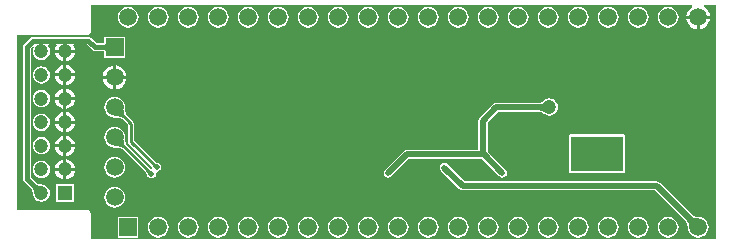
<source format=gbl>
G04*
G04 #@! TF.GenerationSoftware,Altium Limited,Altium Designer,19.1.8 (144)*
G04*
G04 Layer_Physical_Order=2*
G04 Layer_Color=16711680*
%FSLAX25Y25*%
%MOIN*%
G70*
G01*
G75*
%ADD10C,0.01000*%
%ADD16C,0.02000*%
%ADD41C,0.01500*%
%ADD43R,0.05906X0.05906*%
%ADD44C,0.05906*%
%ADD45R,0.04724X0.04724*%
%ADD46C,0.04724*%
%ADD47R,0.05906X0.05906*%
%ADD48C,0.01968*%
%ADD49R,0.17600X0.11800*%
G36*
X226000Y-3980D02*
X17520D01*
Y4800D01*
X17442Y5190D01*
X17221Y5521D01*
X16890Y5742D01*
X16500Y5820D01*
X-6880D01*
Y64180D01*
X16500D01*
X16890Y64258D01*
X17221Y64479D01*
X17442Y64810D01*
X17520Y65200D01*
Y73980D01*
X217974D01*
X218073Y73480D01*
X218007Y73453D01*
X217181Y72819D01*
X216547Y71993D01*
X216149Y71032D01*
X216079Y70500D01*
X220000D01*
X223921D01*
X223851Y71032D01*
X223453Y71993D01*
X222819Y72819D01*
X221993Y73453D01*
X221927Y73480D01*
X222026Y73980D01*
X226000D01*
Y-3980D01*
D02*
G37*
%LPC*%
G36*
X210000Y73483D02*
X209099Y73364D01*
X208259Y73016D01*
X207538Y72462D01*
X206984Y71741D01*
X206636Y70901D01*
X206518Y70000D01*
X206636Y69099D01*
X206984Y68259D01*
X207538Y67537D01*
X208259Y66984D01*
X209099Y66636D01*
X210000Y66518D01*
X210901Y66636D01*
X211741Y66984D01*
X212462Y67537D01*
X213016Y68259D01*
X213364Y69099D01*
X213482Y70000D01*
X213364Y70901D01*
X213016Y71741D01*
X212462Y72462D01*
X211741Y73016D01*
X210901Y73364D01*
X210000Y73483D01*
D02*
G37*
G36*
X200000D02*
X199099Y73364D01*
X198259Y73016D01*
X197538Y72462D01*
X196984Y71741D01*
X196636Y70901D01*
X196518Y70000D01*
X196636Y69099D01*
X196984Y68259D01*
X197538Y67537D01*
X198259Y66984D01*
X199099Y66636D01*
X200000Y66518D01*
X200901Y66636D01*
X201741Y66984D01*
X202463Y67537D01*
X203016Y68259D01*
X203364Y69099D01*
X203483Y70000D01*
X203364Y70901D01*
X203016Y71741D01*
X202463Y72462D01*
X201741Y73016D01*
X200901Y73364D01*
X200000Y73483D01*
D02*
G37*
G36*
X190000D02*
X189099Y73364D01*
X188259Y73016D01*
X187538Y72462D01*
X186984Y71741D01*
X186636Y70901D01*
X186518Y70000D01*
X186636Y69099D01*
X186984Y68259D01*
X187538Y67537D01*
X188259Y66984D01*
X189099Y66636D01*
X190000Y66518D01*
X190901Y66636D01*
X191741Y66984D01*
X192463Y67537D01*
X193016Y68259D01*
X193364Y69099D01*
X193482Y70000D01*
X193364Y70901D01*
X193016Y71741D01*
X192463Y72462D01*
X191741Y73016D01*
X190901Y73364D01*
X190000Y73483D01*
D02*
G37*
G36*
X180000D02*
X179099Y73364D01*
X178259Y73016D01*
X177538Y72462D01*
X176984Y71741D01*
X176636Y70901D01*
X176517Y70000D01*
X176636Y69099D01*
X176984Y68259D01*
X177538Y67537D01*
X178259Y66984D01*
X179099Y66636D01*
X180000Y66518D01*
X180901Y66636D01*
X181741Y66984D01*
X182463Y67537D01*
X183016Y68259D01*
X183364Y69099D01*
X183483Y70000D01*
X183364Y70901D01*
X183016Y71741D01*
X182463Y72462D01*
X181741Y73016D01*
X180901Y73364D01*
X180000Y73483D01*
D02*
G37*
G36*
X170000D02*
X169099Y73364D01*
X168259Y73016D01*
X167537Y72462D01*
X166984Y71741D01*
X166636Y70901D01*
X166517Y70000D01*
X166636Y69099D01*
X166984Y68259D01*
X167537Y67537D01*
X168259Y66984D01*
X169099Y66636D01*
X170000Y66518D01*
X170901Y66636D01*
X171741Y66984D01*
X172462Y67537D01*
X173016Y68259D01*
X173364Y69099D01*
X173483Y70000D01*
X173364Y70901D01*
X173016Y71741D01*
X172462Y72462D01*
X171741Y73016D01*
X170901Y73364D01*
X170000Y73483D01*
D02*
G37*
G36*
X160000D02*
X159099Y73364D01*
X158259Y73016D01*
X157537Y72462D01*
X156984Y71741D01*
X156636Y70901D01*
X156518Y70000D01*
X156636Y69099D01*
X156984Y68259D01*
X157537Y67537D01*
X158259Y66984D01*
X159099Y66636D01*
X160000Y66518D01*
X160901Y66636D01*
X161741Y66984D01*
X162462Y67537D01*
X163016Y68259D01*
X163364Y69099D01*
X163482Y70000D01*
X163364Y70901D01*
X163016Y71741D01*
X162462Y72462D01*
X161741Y73016D01*
X160901Y73364D01*
X160000Y73483D01*
D02*
G37*
G36*
X150000D02*
X149099Y73364D01*
X148259Y73016D01*
X147538Y72462D01*
X146984Y71741D01*
X146636Y70901D01*
X146518Y70000D01*
X146636Y69099D01*
X146984Y68259D01*
X147538Y67537D01*
X148259Y66984D01*
X149099Y66636D01*
X150000Y66518D01*
X150901Y66636D01*
X151741Y66984D01*
X152462Y67537D01*
X153016Y68259D01*
X153364Y69099D01*
X153482Y70000D01*
X153364Y70901D01*
X153016Y71741D01*
X152462Y72462D01*
X151741Y73016D01*
X150901Y73364D01*
X150000Y73483D01*
D02*
G37*
G36*
X140000D02*
X139099Y73364D01*
X138259Y73016D01*
X137538Y72462D01*
X136984Y71741D01*
X136636Y70901D01*
X136518Y70000D01*
X136636Y69099D01*
X136984Y68259D01*
X137538Y67537D01*
X138259Y66984D01*
X139099Y66636D01*
X140000Y66518D01*
X140901Y66636D01*
X141741Y66984D01*
X142463Y67537D01*
X143016Y68259D01*
X143364Y69099D01*
X143482Y70000D01*
X143364Y70901D01*
X143016Y71741D01*
X142463Y72462D01*
X141741Y73016D01*
X140901Y73364D01*
X140000Y73483D01*
D02*
G37*
G36*
X130000D02*
X129099Y73364D01*
X128259Y73016D01*
X127538Y72462D01*
X126984Y71741D01*
X126636Y70901D01*
X126517Y70000D01*
X126636Y69099D01*
X126984Y68259D01*
X127538Y67537D01*
X128259Y66984D01*
X129099Y66636D01*
X130000Y66518D01*
X130901Y66636D01*
X131741Y66984D01*
X132463Y67537D01*
X133016Y68259D01*
X133364Y69099D01*
X133483Y70000D01*
X133364Y70901D01*
X133016Y71741D01*
X132463Y72462D01*
X131741Y73016D01*
X130901Y73364D01*
X130000Y73483D01*
D02*
G37*
G36*
X120000D02*
X119099Y73364D01*
X118259Y73016D01*
X117537Y72462D01*
X116984Y71741D01*
X116636Y70901D01*
X116517Y70000D01*
X116636Y69099D01*
X116984Y68259D01*
X117537Y67537D01*
X118259Y66984D01*
X119099Y66636D01*
X120000Y66518D01*
X120901Y66636D01*
X121741Y66984D01*
X122462Y67537D01*
X123016Y68259D01*
X123364Y69099D01*
X123483Y70000D01*
X123364Y70901D01*
X123016Y71741D01*
X122462Y72462D01*
X121741Y73016D01*
X120901Y73364D01*
X120000Y73483D01*
D02*
G37*
G36*
X110000D02*
X109099Y73364D01*
X108259Y73016D01*
X107537Y72462D01*
X106984Y71741D01*
X106636Y70901D01*
X106518Y70000D01*
X106636Y69099D01*
X106984Y68259D01*
X107537Y67537D01*
X108259Y66984D01*
X109099Y66636D01*
X110000Y66518D01*
X110901Y66636D01*
X111741Y66984D01*
X112462Y67537D01*
X113016Y68259D01*
X113364Y69099D01*
X113482Y70000D01*
X113364Y70901D01*
X113016Y71741D01*
X112462Y72462D01*
X111741Y73016D01*
X110901Y73364D01*
X110000Y73483D01*
D02*
G37*
G36*
X100000D02*
X99099Y73364D01*
X98259Y73016D01*
X97537Y72462D01*
X96984Y71741D01*
X96636Y70901D01*
X96517Y70000D01*
X96636Y69099D01*
X96984Y68259D01*
X97537Y67537D01*
X98259Y66984D01*
X99099Y66636D01*
X100000Y66518D01*
X100901Y66636D01*
X101741Y66984D01*
X102462Y67537D01*
X103016Y68259D01*
X103364Y69099D01*
X103482Y70000D01*
X103364Y70901D01*
X103016Y71741D01*
X102462Y72462D01*
X101741Y73016D01*
X100901Y73364D01*
X100000Y73483D01*
D02*
G37*
G36*
X90000D02*
X89099Y73364D01*
X88259Y73016D01*
X87537Y72462D01*
X86984Y71741D01*
X86636Y70901D01*
X86518Y70000D01*
X86636Y69099D01*
X86984Y68259D01*
X87537Y67537D01*
X88259Y66984D01*
X89099Y66636D01*
X90000Y66518D01*
X90901Y66636D01*
X91741Y66984D01*
X92462Y67537D01*
X93016Y68259D01*
X93364Y69099D01*
X93483Y70000D01*
X93364Y70901D01*
X93016Y71741D01*
X92462Y72462D01*
X91741Y73016D01*
X90901Y73364D01*
X90000Y73483D01*
D02*
G37*
G36*
X80000D02*
X79099Y73364D01*
X78259Y73016D01*
X77538Y72462D01*
X76984Y71741D01*
X76636Y70901D01*
X76517Y70000D01*
X76636Y69099D01*
X76984Y68259D01*
X77538Y67537D01*
X78259Y66984D01*
X79099Y66636D01*
X80000Y66518D01*
X80901Y66636D01*
X81741Y66984D01*
X82463Y67537D01*
X83016Y68259D01*
X83364Y69099D01*
X83482Y70000D01*
X83364Y70901D01*
X83016Y71741D01*
X82463Y72462D01*
X81741Y73016D01*
X80901Y73364D01*
X80000Y73483D01*
D02*
G37*
G36*
X70000D02*
X69099Y73364D01*
X68259Y73016D01*
X67537Y72462D01*
X66984Y71741D01*
X66636Y70901D01*
X66518Y70000D01*
X66636Y69099D01*
X66984Y68259D01*
X67537Y67537D01*
X68259Y66984D01*
X69099Y66636D01*
X70000Y66518D01*
X70901Y66636D01*
X71741Y66984D01*
X72462Y67537D01*
X73016Y68259D01*
X73364Y69099D01*
X73483Y70000D01*
X73364Y70901D01*
X73016Y71741D01*
X72462Y72462D01*
X71741Y73016D01*
X70901Y73364D01*
X70000Y73483D01*
D02*
G37*
G36*
X60000D02*
X59099Y73364D01*
X58259Y73016D01*
X57538Y72462D01*
X56984Y71741D01*
X56636Y70901D01*
X56517Y70000D01*
X56636Y69099D01*
X56984Y68259D01*
X57538Y67537D01*
X58259Y66984D01*
X59099Y66636D01*
X60000Y66518D01*
X60901Y66636D01*
X61741Y66984D01*
X62463Y67537D01*
X63016Y68259D01*
X63364Y69099D01*
X63482Y70000D01*
X63364Y70901D01*
X63016Y71741D01*
X62463Y72462D01*
X61741Y73016D01*
X60901Y73364D01*
X60000Y73483D01*
D02*
G37*
G36*
X50000D02*
X49099Y73364D01*
X48259Y73016D01*
X47537Y72462D01*
X46984Y71741D01*
X46636Y70901D01*
X46518Y70000D01*
X46636Y69099D01*
X46984Y68259D01*
X47537Y67537D01*
X48259Y66984D01*
X49099Y66636D01*
X50000Y66518D01*
X50901Y66636D01*
X51741Y66984D01*
X52463Y67537D01*
X53016Y68259D01*
X53364Y69099D01*
X53483Y70000D01*
X53364Y70901D01*
X53016Y71741D01*
X52463Y72462D01*
X51741Y73016D01*
X50901Y73364D01*
X50000Y73483D01*
D02*
G37*
G36*
X40000D02*
X39099Y73364D01*
X38259Y73016D01*
X37538Y72462D01*
X36984Y71741D01*
X36636Y70901D01*
X36518Y70000D01*
X36636Y69099D01*
X36984Y68259D01*
X37538Y67537D01*
X38259Y66984D01*
X39099Y66636D01*
X40000Y66518D01*
X40901Y66636D01*
X41741Y66984D01*
X42463Y67537D01*
X43016Y68259D01*
X43364Y69099D01*
X43483Y70000D01*
X43364Y70901D01*
X43016Y71741D01*
X42463Y72462D01*
X41741Y73016D01*
X40901Y73364D01*
X40000Y73483D01*
D02*
G37*
G36*
X30000D02*
X29099Y73364D01*
X28259Y73016D01*
X27538Y72462D01*
X26984Y71741D01*
X26636Y70901D01*
X26518Y70000D01*
X26636Y69099D01*
X26984Y68259D01*
X27538Y67537D01*
X28259Y66984D01*
X29099Y66636D01*
X30000Y66518D01*
X30901Y66636D01*
X31741Y66984D01*
X32462Y67537D01*
X33016Y68259D01*
X33364Y69099D01*
X33483Y70000D01*
X33364Y70901D01*
X33016Y71741D01*
X32462Y72462D01*
X31741Y73016D01*
X30901Y73364D01*
X30000Y73483D01*
D02*
G37*
G36*
X223921Y69500D02*
X220500D01*
Y66079D01*
X221032Y66149D01*
X221993Y66547D01*
X222819Y67181D01*
X223453Y68007D01*
X223851Y68968D01*
X223921Y69500D01*
D02*
G37*
G36*
X219500D02*
X216079D01*
X216149Y68968D01*
X216547Y68007D01*
X217181Y67181D01*
X218007Y66547D01*
X218968Y66149D01*
X219500Y66079D01*
Y69500D01*
D02*
G37*
G36*
X16766Y63509D02*
X-1737D01*
X-2225Y63412D01*
X-2638Y63135D01*
X-4651Y61123D01*
X-4927Y60709D01*
X-5024Y60221D01*
Y16154D01*
X-4927Y15666D01*
X-4651Y15253D01*
X-2477Y13079D01*
X-2464Y13043D01*
X-2334Y12901D01*
X-2232Y12770D01*
X-2143Y12631D01*
X-2065Y12484D01*
X-1998Y12327D01*
X-1943Y12160D01*
X-1899Y11981D01*
X-1867Y11791D01*
X-1847Y11589D01*
X-1840Y11358D01*
X-1814Y11299D01*
X-1726Y10631D01*
X-1437Y9934D01*
X-978Y9337D01*
X-381Y8878D01*
X316Y8589D01*
X1063Y8491D01*
X1810Y8589D01*
X2506Y8878D01*
X3104Y9337D01*
X3563Y9934D01*
X3852Y10631D01*
X3950Y11378D01*
X3852Y12125D01*
X3563Y12821D01*
X3104Y13419D01*
X2506Y13878D01*
X1810Y14166D01*
X1063Y14265D01*
X1058Y14264D01*
X1019Y14281D01*
X790Y14283D01*
X590Y14299D01*
X402Y14327D01*
X226Y14368D01*
X61Y14421D01*
X-94Y14485D01*
X-240Y14561D01*
X-378Y14649D01*
X-510Y14751D01*
X-651Y14881D01*
X-687Y14894D01*
X-2475Y16682D01*
Y59693D01*
X-1846Y60322D01*
X-1437Y60066D01*
X-1726Y59369D01*
X-1824Y58622D01*
X-1726Y57875D01*
X-1437Y57179D01*
X-978Y56581D01*
X-381Y56122D01*
X316Y55834D01*
X1063Y55735D01*
X1810Y55834D01*
X2506Y56122D01*
X3104Y56581D01*
X3563Y57179D01*
X3852Y57875D01*
X3950Y58622D01*
X3852Y59369D01*
X3563Y60066D01*
X3261Y60460D01*
X3507Y60960D01*
X5928D01*
X6149Y60511D01*
X6000Y60318D01*
X5661Y59500D01*
X5612Y59122D01*
X12262D01*
X12213Y59500D01*
X11874Y60318D01*
X11725Y60511D01*
X11946Y60960D01*
X16238D01*
X18099Y59099D01*
X18512Y58823D01*
X19000Y58726D01*
X21008D01*
X21045Y58709D01*
X21316Y58702D01*
X21536Y58683D01*
X21716Y58653D01*
X21855Y58616D01*
X21950Y58577D01*
X22003Y58545D01*
X22021Y58528D01*
X22024Y58525D01*
X22025Y58522D01*
X22033Y58443D01*
X22047Y58417D01*
Y56547D01*
X28953D01*
Y63453D01*
X22047D01*
Y61583D01*
X22033Y61557D01*
X22025Y61478D01*
X22024Y61475D01*
X22021Y61472D01*
X22003Y61455D01*
X21950Y61423D01*
X21855Y61384D01*
X21716Y61347D01*
X21536Y61317D01*
X21316Y61298D01*
X21045Y61291D01*
X21008Y61274D01*
X19528D01*
X17667Y63135D01*
X17254Y63412D01*
X16766Y63509D01*
D02*
G37*
G36*
X12262Y58122D02*
X9437D01*
Y55297D01*
X9815Y55346D01*
X10633Y55685D01*
X11335Y56224D01*
X11874Y56926D01*
X12213Y57744D01*
X12262Y58122D01*
D02*
G37*
G36*
X8437D02*
X5612D01*
X5661Y57744D01*
X6000Y56926D01*
X6539Y56224D01*
X7241Y55685D01*
X8059Y55346D01*
X8437Y55297D01*
Y58122D01*
D02*
G37*
G36*
X9437Y54073D02*
Y51248D01*
X12262D01*
X12213Y51626D01*
X11874Y52444D01*
X11335Y53146D01*
X10633Y53685D01*
X9815Y54024D01*
X9437Y54073D01*
D02*
G37*
G36*
X8437D02*
X8059Y54024D01*
X7241Y53685D01*
X6539Y53146D01*
X6000Y52444D01*
X5661Y51626D01*
X5612Y51248D01*
X8437D01*
Y54073D01*
D02*
G37*
G36*
X26000Y53921D02*
Y50500D01*
X29421D01*
X29351Y51032D01*
X28953Y51993D01*
X28319Y52819D01*
X27493Y53453D01*
X26532Y53851D01*
X26000Y53921D01*
D02*
G37*
G36*
X25000D02*
X24468Y53851D01*
X23507Y53453D01*
X22681Y52819D01*
X22047Y51993D01*
X21649Y51032D01*
X21579Y50500D01*
X25000D01*
Y53921D01*
D02*
G37*
G36*
X1063Y53635D02*
X316Y53537D01*
X-381Y53248D01*
X-978Y52789D01*
X-1437Y52192D01*
X-1726Y51495D01*
X-1824Y50748D01*
X-1726Y50001D01*
X-1437Y49305D01*
X-978Y48707D01*
X-381Y48248D01*
X316Y47960D01*
X1063Y47861D01*
X1810Y47960D01*
X2506Y48248D01*
X3104Y48707D01*
X3563Y49305D01*
X3852Y50001D01*
X3950Y50748D01*
X3852Y51495D01*
X3563Y52192D01*
X3104Y52789D01*
X2506Y53248D01*
X1810Y53537D01*
X1063Y53635D01*
D02*
G37*
G36*
X12262Y50248D02*
X9437D01*
Y47423D01*
X9815Y47472D01*
X10633Y47811D01*
X11335Y48350D01*
X11874Y49052D01*
X12213Y49870D01*
X12262Y50248D01*
D02*
G37*
G36*
X8437D02*
X5612D01*
X5661Y49870D01*
X6000Y49052D01*
X6539Y48350D01*
X7241Y47811D01*
X8059Y47472D01*
X8437Y47423D01*
Y50248D01*
D02*
G37*
G36*
X29421Y49500D02*
X26000D01*
Y46079D01*
X26532Y46149D01*
X27493Y46547D01*
X28319Y47181D01*
X28953Y48007D01*
X29351Y48968D01*
X29421Y49500D01*
D02*
G37*
G36*
X25000D02*
X21579D01*
X21649Y48968D01*
X22047Y48007D01*
X22681Y47181D01*
X23507Y46547D01*
X24468Y46149D01*
X25000Y46079D01*
Y49500D01*
D02*
G37*
G36*
X9437Y46199D02*
Y43374D01*
X12262D01*
X12213Y43752D01*
X11874Y44570D01*
X11335Y45272D01*
X10633Y45811D01*
X9815Y46150D01*
X9437Y46199D01*
D02*
G37*
G36*
X8437D02*
X8059Y46150D01*
X7241Y45811D01*
X6539Y45272D01*
X6000Y44570D01*
X5661Y43752D01*
X5612Y43374D01*
X8437D01*
Y46199D01*
D02*
G37*
G36*
X170400Y42987D02*
X169653Y42889D01*
X168956Y42600D01*
X168359Y42141D01*
X168264Y42017D01*
X168192Y41985D01*
X168088Y41873D01*
X167994Y41791D01*
X167890Y41717D01*
X167774Y41653D01*
X167645Y41596D01*
X167500Y41548D01*
X167341Y41509D01*
X167165Y41480D01*
X166973Y41462D01*
X166750Y41456D01*
X166735Y41449D01*
X166719Y41454D01*
X166700Y41444D01*
X152715D01*
X152130Y41328D01*
X151634Y40996D01*
X147219Y36581D01*
X146887Y36085D01*
X146771Y35500D01*
Y25829D01*
X123001D01*
X122415Y25713D01*
X121919Y25381D01*
X115619Y19081D01*
X115288Y18585D01*
X115171Y18000D01*
X115288Y17415D01*
X115619Y16919D01*
X116115Y16587D01*
X116701Y16471D01*
X117286Y16587D01*
X117782Y16919D01*
X123634Y22771D01*
X147885D01*
X153691Y16965D01*
X154187Y16634D01*
X154772Y16517D01*
X155358Y16634D01*
X155854Y16965D01*
X156185Y17461D01*
X156302Y18046D01*
X156185Y18632D01*
X155854Y19128D01*
X149829Y25152D01*
Y34866D01*
X153349Y38386D01*
X166900D01*
X166926Y38374D01*
X167151Y38368D01*
X167350Y38353D01*
X167535Y38327D01*
X167708Y38293D01*
X167867Y38249D01*
X168014Y38197D01*
X168149Y38137D01*
X168273Y38070D01*
X168387Y37995D01*
X168511Y37896D01*
X168606Y37868D01*
X168956Y37600D01*
X169653Y37312D01*
X170400Y37213D01*
X171147Y37312D01*
X171844Y37600D01*
X172441Y38059D01*
X172900Y38656D01*
X173188Y39353D01*
X173287Y40100D01*
X173188Y40847D01*
X172900Y41543D01*
X172441Y42141D01*
X171844Y42600D01*
X171147Y42889D01*
X170400Y42987D01*
D02*
G37*
G36*
X1063Y45761D02*
X316Y45663D01*
X-381Y45374D01*
X-978Y44915D01*
X-1437Y44317D01*
X-1726Y43621D01*
X-1824Y42874D01*
X-1726Y42127D01*
X-1437Y41431D01*
X-978Y40833D01*
X-381Y40374D01*
X316Y40086D01*
X1063Y39987D01*
X1810Y40086D01*
X2506Y40374D01*
X3104Y40833D01*
X3563Y41431D01*
X3852Y42127D01*
X3950Y42874D01*
X3852Y43621D01*
X3563Y44317D01*
X3104Y44915D01*
X2506Y45374D01*
X1810Y45663D01*
X1063Y45761D01*
D02*
G37*
G36*
X12262Y42374D02*
X9437D01*
Y39549D01*
X9815Y39598D01*
X10633Y39937D01*
X11335Y40476D01*
X11874Y41178D01*
X12213Y41996D01*
X12262Y42374D01*
D02*
G37*
G36*
X8437D02*
X5612D01*
X5661Y41996D01*
X6000Y41178D01*
X6539Y40476D01*
X7241Y39937D01*
X8059Y39598D01*
X8437Y39549D01*
Y42374D01*
D02*
G37*
G36*
X9437Y38325D02*
Y35500D01*
X12262D01*
X12213Y35878D01*
X11874Y36696D01*
X11335Y37398D01*
X10633Y37937D01*
X9815Y38276D01*
X9437Y38325D01*
D02*
G37*
G36*
X8437D02*
X8059Y38276D01*
X7241Y37937D01*
X6539Y37398D01*
X6000Y36696D01*
X5661Y35878D01*
X5612Y35500D01*
X8437D01*
Y38325D01*
D02*
G37*
G36*
X1063Y37887D02*
X316Y37789D01*
X-381Y37500D01*
X-978Y37041D01*
X-1437Y36443D01*
X-1726Y35747D01*
X-1824Y35000D01*
X-1726Y34253D01*
X-1437Y33557D01*
X-978Y32959D01*
X-381Y32500D01*
X316Y32212D01*
X1063Y32113D01*
X1810Y32212D01*
X2506Y32500D01*
X3104Y32959D01*
X3563Y33557D01*
X3852Y34253D01*
X3950Y35000D01*
X3852Y35747D01*
X3563Y36443D01*
X3104Y37041D01*
X2506Y37500D01*
X1810Y37789D01*
X1063Y37887D01*
D02*
G37*
G36*
X12262Y34500D02*
X9437D01*
Y31675D01*
X9815Y31724D01*
X10633Y32063D01*
X11335Y32602D01*
X11874Y33304D01*
X12213Y34122D01*
X12262Y34500D01*
D02*
G37*
G36*
X8437D02*
X5612D01*
X5661Y34122D01*
X6000Y33304D01*
X6539Y32602D01*
X7241Y32063D01*
X8059Y31724D01*
X8437Y31675D01*
Y34500D01*
D02*
G37*
G36*
X9437Y30451D02*
Y27626D01*
X12262D01*
X12213Y28004D01*
X11874Y28822D01*
X11335Y29524D01*
X10633Y30063D01*
X9815Y30402D01*
X9437Y30451D01*
D02*
G37*
G36*
X8437D02*
X8059Y30402D01*
X7241Y30063D01*
X6539Y29524D01*
X6000Y28822D01*
X5661Y28004D01*
X5612Y27626D01*
X8437D01*
Y30451D01*
D02*
G37*
G36*
X1063Y30013D02*
X316Y29915D01*
X-381Y29626D01*
X-978Y29167D01*
X-1437Y28569D01*
X-1726Y27873D01*
X-1824Y27126D01*
X-1726Y26379D01*
X-1437Y25683D01*
X-978Y25085D01*
X-381Y24626D01*
X316Y24338D01*
X1063Y24239D01*
X1810Y24338D01*
X2506Y24626D01*
X3104Y25085D01*
X3563Y25683D01*
X3852Y26379D01*
X3950Y27126D01*
X3852Y27873D01*
X3563Y28569D01*
X3104Y29167D01*
X2506Y29626D01*
X1810Y29915D01*
X1063Y30013D01*
D02*
G37*
G36*
X12262Y26626D02*
X9437D01*
Y23801D01*
X9815Y23850D01*
X10633Y24189D01*
X11335Y24728D01*
X11874Y25430D01*
X12213Y26248D01*
X12262Y26626D01*
D02*
G37*
G36*
X8437D02*
X5612D01*
X5661Y26248D01*
X6000Y25430D01*
X6539Y24728D01*
X7241Y24189D01*
X8059Y23850D01*
X8437Y23801D01*
Y26626D01*
D02*
G37*
G36*
X9437Y22577D02*
Y19752D01*
X12262D01*
X12213Y20130D01*
X11874Y20948D01*
X11335Y21650D01*
X10633Y22189D01*
X9815Y22528D01*
X9437Y22577D01*
D02*
G37*
G36*
X8437D02*
X8059Y22528D01*
X7241Y22189D01*
X6539Y21650D01*
X6000Y20948D01*
X5661Y20130D01*
X5612Y19752D01*
X8437D01*
Y22577D01*
D02*
G37*
G36*
X25500Y43483D02*
X24599Y43364D01*
X23759Y43016D01*
X23038Y42463D01*
X22484Y41741D01*
X22136Y40901D01*
X22017Y40000D01*
X22136Y39099D01*
X22484Y38259D01*
X23038Y37538D01*
X23759Y36984D01*
X24599Y36636D01*
X25498Y36518D01*
X25526Y36506D01*
X25933Y36503D01*
X26658Y36454D01*
X26957Y36411D01*
X27230Y36355D01*
X27467Y36287D01*
X27669Y36211D01*
X27836Y36128D01*
X27970Y36041D01*
X28104Y35926D01*
X28146Y35912D01*
X29980Y34078D01*
Y28500D01*
X30058Y28110D01*
X30279Y27779D01*
X37715Y20343D01*
X37733Y20295D01*
X37861Y20157D01*
X37899Y20111D01*
X37916Y20086D01*
X37912Y19975D01*
X37873Y19788D01*
X37617Y19523D01*
X37470Y19503D01*
X37460Y19512D01*
X37410Y19532D01*
X29588Y27354D01*
X29574Y27397D01*
X29459Y27530D01*
X29372Y27663D01*
X29289Y27831D01*
X29213Y28033D01*
X29146Y28270D01*
X29089Y28543D01*
X29046Y28842D01*
X28997Y29567D01*
X28994Y29974D01*
X28982Y30002D01*
X28864Y30901D01*
X28516Y31741D01*
X27962Y32462D01*
X27241Y33016D01*
X26401Y33364D01*
X25500Y33483D01*
X24599Y33364D01*
X23759Y33016D01*
X23038Y32462D01*
X22484Y31741D01*
X22136Y30901D01*
X22017Y30000D01*
X22136Y29099D01*
X22484Y28259D01*
X23038Y27538D01*
X23759Y26984D01*
X24599Y26636D01*
X25498Y26518D01*
X25526Y26506D01*
X25933Y26503D01*
X26658Y26454D01*
X26957Y26411D01*
X27230Y26355D01*
X27467Y26287D01*
X27669Y26211D01*
X27836Y26128D01*
X27970Y26041D01*
X28104Y25926D01*
X28146Y25912D01*
X35963Y18095D01*
X35981Y18047D01*
X36109Y17910D01*
X36147Y17863D01*
X36179Y17819D01*
X36202Y17783D01*
X36216Y17756D01*
X36223Y17741D01*
X36224Y17728D01*
X36228Y17720D01*
X36230Y17711D01*
X36239Y17696D01*
X36250Y17674D01*
X36350Y17173D01*
X36678Y16682D01*
X37169Y16354D01*
X37748Y16239D01*
X38327Y16354D01*
X38818Y16682D01*
X39146Y17173D01*
X39261Y17752D01*
X39205Y18036D01*
X39486Y18465D01*
X39583Y18503D01*
X40079Y18602D01*
X40570Y18930D01*
X40898Y19421D01*
X41013Y20000D01*
X40898Y20579D01*
X40570Y21070D01*
X40079Y21398D01*
X39578Y21498D01*
X39555Y21509D01*
X39541Y21519D01*
X39532Y21520D01*
X39524Y21524D01*
X39511Y21525D01*
X39496Y21532D01*
X39469Y21546D01*
X39433Y21569D01*
X39394Y21598D01*
X39277Y21698D01*
X39212Y21760D01*
X39162Y21780D01*
X32020Y28922D01*
Y34500D01*
X31942Y34890D01*
X31721Y35221D01*
X29588Y37354D01*
X29574Y37396D01*
X29459Y37530D01*
X29372Y37663D01*
X29289Y37831D01*
X29213Y38033D01*
X29146Y38270D01*
X29089Y38543D01*
X29046Y38842D01*
X28997Y39567D01*
X28994Y39974D01*
X28982Y40002D01*
X28864Y40901D01*
X28516Y41741D01*
X27962Y42463D01*
X27241Y43016D01*
X26401Y43364D01*
X25500Y43483D01*
D02*
G37*
G36*
X195100Y30941D02*
X177500D01*
X177117Y30783D01*
X176959Y30400D01*
Y18600D01*
X177117Y18217D01*
X177500Y18059D01*
X195100D01*
X195483Y18217D01*
X195641Y18600D01*
Y30400D01*
X195483Y30783D01*
X195100Y30941D01*
D02*
G37*
G36*
X25500Y23483D02*
X24599Y23364D01*
X23759Y23016D01*
X23038Y22463D01*
X22484Y21741D01*
X22136Y20901D01*
X22017Y20000D01*
X22136Y19099D01*
X22484Y18259D01*
X23038Y17537D01*
X23759Y16984D01*
X24599Y16636D01*
X25500Y16518D01*
X26401Y16636D01*
X27241Y16984D01*
X27962Y17537D01*
X28516Y18259D01*
X28864Y19099D01*
X28982Y20000D01*
X28864Y20901D01*
X28516Y21741D01*
X27962Y22463D01*
X27241Y23016D01*
X26401Y23364D01*
X25500Y23483D01*
D02*
G37*
G36*
X1063Y22139D02*
X316Y22040D01*
X-381Y21752D01*
X-978Y21293D01*
X-1437Y20695D01*
X-1726Y19999D01*
X-1824Y19252D01*
X-1726Y18505D01*
X-1437Y17808D01*
X-978Y17211D01*
X-381Y16752D01*
X316Y16464D01*
X1063Y16365D01*
X1810Y16464D01*
X2506Y16752D01*
X3104Y17211D01*
X3563Y17808D01*
X3852Y18505D01*
X3950Y19252D01*
X3852Y19999D01*
X3563Y20695D01*
X3104Y21293D01*
X2506Y21752D01*
X1810Y22040D01*
X1063Y22139D01*
D02*
G37*
G36*
X12262Y18752D02*
X9437D01*
Y15927D01*
X9815Y15976D01*
X10633Y16315D01*
X11335Y16854D01*
X11874Y17556D01*
X12213Y18374D01*
X12262Y18752D01*
D02*
G37*
G36*
X8437D02*
X5612D01*
X5661Y18374D01*
X6000Y17556D01*
X6539Y16854D01*
X7241Y16315D01*
X8059Y15976D01*
X8437Y15927D01*
Y18752D01*
D02*
G37*
G36*
X11799Y14240D02*
X6075D01*
Y8516D01*
X11799D01*
Y14240D01*
D02*
G37*
G36*
X25500Y13483D02*
X24599Y13364D01*
X23759Y13016D01*
X23038Y12462D01*
X22484Y11741D01*
X22136Y10901D01*
X22017Y10000D01*
X22136Y9099D01*
X22484Y8259D01*
X23038Y7537D01*
X23759Y6984D01*
X24599Y6636D01*
X25500Y6517D01*
X26401Y6636D01*
X27241Y6984D01*
X27962Y7537D01*
X28516Y8259D01*
X28864Y9099D01*
X28982Y10000D01*
X28864Y10901D01*
X28516Y11741D01*
X27962Y12462D01*
X27241Y13016D01*
X26401Y13364D01*
X25500Y13483D01*
D02*
G37*
G36*
X33453Y3453D02*
X26547D01*
Y-3453D01*
X33453D01*
Y3453D01*
D02*
G37*
G36*
X135400Y21429D02*
X134815Y21313D01*
X134319Y20981D01*
X133987Y20485D01*
X133871Y19900D01*
X133987Y19315D01*
X134319Y18819D01*
X140419Y12719D01*
X140915Y12387D01*
X141500Y12271D01*
X205567D01*
X215669Y2168D01*
X215678Y2143D01*
X215851Y1956D01*
X215991Y1778D01*
X216113Y1593D01*
X216219Y1400D01*
X216308Y1199D01*
X216380Y988D01*
X216437Y767D01*
X216476Y535D01*
X216500Y291D01*
X216506Y17D01*
X216519Y-12D01*
X216636Y-901D01*
X216984Y-1741D01*
X217537Y-2462D01*
X218259Y-3016D01*
X219099Y-3364D01*
X220000Y-3483D01*
X220901Y-3364D01*
X221741Y-3016D01*
X222463Y-2462D01*
X223016Y-1741D01*
X223364Y-901D01*
X223482Y0D01*
X223364Y901D01*
X223016Y1741D01*
X222463Y2462D01*
X221741Y3016D01*
X220901Y3364D01*
X220012Y3481D01*
X219983Y3494D01*
X219709Y3500D01*
X219465Y3523D01*
X219233Y3563D01*
X219012Y3620D01*
X218801Y3692D01*
X218600Y3781D01*
X218407Y3887D01*
X218222Y4009D01*
X218044Y4149D01*
X217857Y4322D01*
X217832Y4331D01*
X207281Y14881D01*
X206785Y15213D01*
X206200Y15329D01*
X142133D01*
X136481Y20981D01*
X135985Y21313D01*
X135400Y21429D01*
D02*
G37*
G36*
X210000Y3483D02*
X209099Y3364D01*
X208259Y3016D01*
X207538Y2462D01*
X206984Y1741D01*
X206636Y901D01*
X206518Y0D01*
X206636Y-901D01*
X206984Y-1741D01*
X207538Y-2462D01*
X208259Y-3016D01*
X209099Y-3364D01*
X210000Y-3483D01*
X210901Y-3364D01*
X211741Y-3016D01*
X212462Y-2462D01*
X213016Y-1741D01*
X213364Y-901D01*
X213482Y0D01*
X213364Y901D01*
X213016Y1741D01*
X212462Y2462D01*
X211741Y3016D01*
X210901Y3364D01*
X210000Y3483D01*
D02*
G37*
G36*
X200000D02*
X199099Y3364D01*
X198259Y3016D01*
X197538Y2462D01*
X196984Y1741D01*
X196636Y901D01*
X196518Y0D01*
X196636Y-901D01*
X196984Y-1741D01*
X197538Y-2462D01*
X198259Y-3016D01*
X199099Y-3364D01*
X200000Y-3483D01*
X200901Y-3364D01*
X201741Y-3016D01*
X202463Y-2462D01*
X203016Y-1741D01*
X203364Y-901D01*
X203483Y0D01*
X203364Y901D01*
X203016Y1741D01*
X202463Y2462D01*
X201741Y3016D01*
X200901Y3364D01*
X200000Y3483D01*
D02*
G37*
G36*
X190000D02*
X189099Y3364D01*
X188259Y3016D01*
X187538Y2462D01*
X186984Y1741D01*
X186636Y901D01*
X186518Y0D01*
X186636Y-901D01*
X186984Y-1741D01*
X187538Y-2462D01*
X188259Y-3016D01*
X189099Y-3364D01*
X190000Y-3483D01*
X190901Y-3364D01*
X191741Y-3016D01*
X192463Y-2462D01*
X193016Y-1741D01*
X193364Y-901D01*
X193482Y0D01*
X193364Y901D01*
X193016Y1741D01*
X192463Y2462D01*
X191741Y3016D01*
X190901Y3364D01*
X190000Y3483D01*
D02*
G37*
G36*
X180000D02*
X179099Y3364D01*
X178259Y3016D01*
X177538Y2462D01*
X176984Y1741D01*
X176636Y901D01*
X176517Y0D01*
X176636Y-901D01*
X176984Y-1741D01*
X177538Y-2462D01*
X178259Y-3016D01*
X179099Y-3364D01*
X180000Y-3483D01*
X180901Y-3364D01*
X181741Y-3016D01*
X182463Y-2462D01*
X183016Y-1741D01*
X183364Y-901D01*
X183483Y0D01*
X183364Y901D01*
X183016Y1741D01*
X182463Y2462D01*
X181741Y3016D01*
X180901Y3364D01*
X180000Y3483D01*
D02*
G37*
G36*
X170000D02*
X169099Y3364D01*
X168259Y3016D01*
X167537Y2462D01*
X166984Y1741D01*
X166636Y901D01*
X166517Y0D01*
X166636Y-901D01*
X166984Y-1741D01*
X167537Y-2462D01*
X168259Y-3016D01*
X169099Y-3364D01*
X170000Y-3483D01*
X170901Y-3364D01*
X171741Y-3016D01*
X172462Y-2462D01*
X173016Y-1741D01*
X173364Y-901D01*
X173483Y0D01*
X173364Y901D01*
X173016Y1741D01*
X172462Y2462D01*
X171741Y3016D01*
X170901Y3364D01*
X170000Y3483D01*
D02*
G37*
G36*
X160000D02*
X159099Y3364D01*
X158259Y3016D01*
X157537Y2462D01*
X156984Y1741D01*
X156636Y901D01*
X156518Y0D01*
X156636Y-901D01*
X156984Y-1741D01*
X157537Y-2462D01*
X158259Y-3016D01*
X159099Y-3364D01*
X160000Y-3483D01*
X160901Y-3364D01*
X161741Y-3016D01*
X162462Y-2462D01*
X163016Y-1741D01*
X163364Y-901D01*
X163482Y0D01*
X163364Y901D01*
X163016Y1741D01*
X162462Y2462D01*
X161741Y3016D01*
X160901Y3364D01*
X160000Y3483D01*
D02*
G37*
G36*
X150000D02*
X149099Y3364D01*
X148259Y3016D01*
X147538Y2462D01*
X146984Y1741D01*
X146636Y901D01*
X146518Y0D01*
X146636Y-901D01*
X146984Y-1741D01*
X147538Y-2462D01*
X148259Y-3016D01*
X149099Y-3364D01*
X150000Y-3483D01*
X150901Y-3364D01*
X151741Y-3016D01*
X152462Y-2462D01*
X153016Y-1741D01*
X153364Y-901D01*
X153482Y0D01*
X153364Y901D01*
X153016Y1741D01*
X152462Y2462D01*
X151741Y3016D01*
X150901Y3364D01*
X150000Y3483D01*
D02*
G37*
G36*
X140000D02*
X139099Y3364D01*
X138259Y3016D01*
X137538Y2462D01*
X136984Y1741D01*
X136636Y901D01*
X136518Y0D01*
X136636Y-901D01*
X136984Y-1741D01*
X137538Y-2462D01*
X138259Y-3016D01*
X139099Y-3364D01*
X140000Y-3483D01*
X140901Y-3364D01*
X141741Y-3016D01*
X142463Y-2462D01*
X143016Y-1741D01*
X143364Y-901D01*
X143482Y0D01*
X143364Y901D01*
X143016Y1741D01*
X142463Y2462D01*
X141741Y3016D01*
X140901Y3364D01*
X140000Y3483D01*
D02*
G37*
G36*
X130000D02*
X129099Y3364D01*
X128259Y3016D01*
X127538Y2462D01*
X126984Y1741D01*
X126636Y901D01*
X126517Y0D01*
X126636Y-901D01*
X126984Y-1741D01*
X127538Y-2462D01*
X128259Y-3016D01*
X129099Y-3364D01*
X130000Y-3483D01*
X130901Y-3364D01*
X131741Y-3016D01*
X132463Y-2462D01*
X133016Y-1741D01*
X133364Y-901D01*
X133483Y0D01*
X133364Y901D01*
X133016Y1741D01*
X132463Y2462D01*
X131741Y3016D01*
X130901Y3364D01*
X130000Y3483D01*
D02*
G37*
G36*
X120000D02*
X119099Y3364D01*
X118259Y3016D01*
X117537Y2462D01*
X116984Y1741D01*
X116636Y901D01*
X116517Y0D01*
X116636Y-901D01*
X116984Y-1741D01*
X117537Y-2462D01*
X118259Y-3016D01*
X119099Y-3364D01*
X120000Y-3483D01*
X120901Y-3364D01*
X121741Y-3016D01*
X122462Y-2462D01*
X123016Y-1741D01*
X123364Y-901D01*
X123483Y0D01*
X123364Y901D01*
X123016Y1741D01*
X122462Y2462D01*
X121741Y3016D01*
X120901Y3364D01*
X120000Y3483D01*
D02*
G37*
G36*
X110000D02*
X109099Y3364D01*
X108259Y3016D01*
X107537Y2462D01*
X106984Y1741D01*
X106636Y901D01*
X106518Y0D01*
X106636Y-901D01*
X106984Y-1741D01*
X107537Y-2462D01*
X108259Y-3016D01*
X109099Y-3364D01*
X110000Y-3483D01*
X110901Y-3364D01*
X111741Y-3016D01*
X112462Y-2462D01*
X113016Y-1741D01*
X113364Y-901D01*
X113482Y0D01*
X113364Y901D01*
X113016Y1741D01*
X112462Y2462D01*
X111741Y3016D01*
X110901Y3364D01*
X110000Y3483D01*
D02*
G37*
G36*
X100000D02*
X99099Y3364D01*
X98259Y3016D01*
X97537Y2462D01*
X96984Y1741D01*
X96636Y901D01*
X96517Y0D01*
X96636Y-901D01*
X96984Y-1741D01*
X97537Y-2462D01*
X98259Y-3016D01*
X99099Y-3364D01*
X100000Y-3483D01*
X100901Y-3364D01*
X101741Y-3016D01*
X102462Y-2462D01*
X103016Y-1741D01*
X103364Y-901D01*
X103482Y0D01*
X103364Y901D01*
X103016Y1741D01*
X102462Y2462D01*
X101741Y3016D01*
X100901Y3364D01*
X100000Y3483D01*
D02*
G37*
G36*
X90000D02*
X89099Y3364D01*
X88259Y3016D01*
X87537Y2462D01*
X86984Y1741D01*
X86636Y901D01*
X86518Y0D01*
X86636Y-901D01*
X86984Y-1741D01*
X87537Y-2462D01*
X88259Y-3016D01*
X89099Y-3364D01*
X90000Y-3483D01*
X90901Y-3364D01*
X91741Y-3016D01*
X92462Y-2462D01*
X93016Y-1741D01*
X93364Y-901D01*
X93483Y0D01*
X93364Y901D01*
X93016Y1741D01*
X92462Y2462D01*
X91741Y3016D01*
X90901Y3364D01*
X90000Y3483D01*
D02*
G37*
G36*
X80000D02*
X79099Y3364D01*
X78259Y3016D01*
X77538Y2462D01*
X76984Y1741D01*
X76636Y901D01*
X76517Y0D01*
X76636Y-901D01*
X76984Y-1741D01*
X77538Y-2462D01*
X78259Y-3016D01*
X79099Y-3364D01*
X80000Y-3483D01*
X80901Y-3364D01*
X81741Y-3016D01*
X82463Y-2462D01*
X83016Y-1741D01*
X83364Y-901D01*
X83482Y0D01*
X83364Y901D01*
X83016Y1741D01*
X82463Y2462D01*
X81741Y3016D01*
X80901Y3364D01*
X80000Y3483D01*
D02*
G37*
G36*
X70000D02*
X69099Y3364D01*
X68259Y3016D01*
X67537Y2462D01*
X66984Y1741D01*
X66636Y901D01*
X66518Y0D01*
X66636Y-901D01*
X66984Y-1741D01*
X67537Y-2462D01*
X68259Y-3016D01*
X69099Y-3364D01*
X70000Y-3483D01*
X70901Y-3364D01*
X71741Y-3016D01*
X72462Y-2462D01*
X73016Y-1741D01*
X73364Y-901D01*
X73483Y0D01*
X73364Y901D01*
X73016Y1741D01*
X72462Y2462D01*
X71741Y3016D01*
X70901Y3364D01*
X70000Y3483D01*
D02*
G37*
G36*
X60000D02*
X59099Y3364D01*
X58259Y3016D01*
X57538Y2462D01*
X56984Y1741D01*
X56636Y901D01*
X56517Y0D01*
X56636Y-901D01*
X56984Y-1741D01*
X57538Y-2462D01*
X58259Y-3016D01*
X59099Y-3364D01*
X60000Y-3483D01*
X60901Y-3364D01*
X61741Y-3016D01*
X62463Y-2462D01*
X63016Y-1741D01*
X63364Y-901D01*
X63482Y0D01*
X63364Y901D01*
X63016Y1741D01*
X62463Y2462D01*
X61741Y3016D01*
X60901Y3364D01*
X60000Y3483D01*
D02*
G37*
G36*
X50000D02*
X49099Y3364D01*
X48259Y3016D01*
X47537Y2462D01*
X46984Y1741D01*
X46636Y901D01*
X46518Y0D01*
X46636Y-901D01*
X46984Y-1741D01*
X47537Y-2462D01*
X48259Y-3016D01*
X49099Y-3364D01*
X50000Y-3483D01*
X50901Y-3364D01*
X51741Y-3016D01*
X52463Y-2462D01*
X53016Y-1741D01*
X53364Y-901D01*
X53483Y0D01*
X53364Y901D01*
X53016Y1741D01*
X52463Y2462D01*
X51741Y3016D01*
X50901Y3364D01*
X50000Y3483D01*
D02*
G37*
G36*
X40000D02*
X39099Y3364D01*
X38259Y3016D01*
X37538Y2462D01*
X36984Y1741D01*
X36636Y901D01*
X36518Y0D01*
X36636Y-901D01*
X36984Y-1741D01*
X37538Y-2462D01*
X38259Y-3016D01*
X39099Y-3364D01*
X40000Y-3483D01*
X40901Y-3364D01*
X41741Y-3016D01*
X42463Y-2462D01*
X43016Y-1741D01*
X43364Y-901D01*
X43483Y0D01*
X43364Y901D01*
X43016Y1741D01*
X42463Y2462D01*
X41741Y3016D01*
X40901Y3364D01*
X40000Y3483D01*
D02*
G37*
%LPD*%
G36*
X22571Y58500D02*
X22556Y58643D01*
X22511Y58770D01*
X22435Y58882D01*
X22329Y58980D01*
X22193Y59062D01*
X22027Y59130D01*
X21830Y59183D01*
X21604Y59220D01*
X21347Y59242D01*
X21059Y59250D01*
Y60750D01*
X21347Y60757D01*
X21604Y60780D01*
X21830Y60817D01*
X22027Y60870D01*
X22193Y60938D01*
X22329Y61020D01*
X22435Y61118D01*
X22511Y61230D01*
X22556Y61357D01*
X22571Y61500D01*
Y58500D01*
D02*
G37*
G36*
X-859Y14336D02*
X-690Y14206D01*
X-512Y14092D01*
X-323Y13994D01*
X-125Y13912D01*
X83Y13846D01*
X301Y13795D01*
X528Y13761D01*
X766Y13742D01*
X1013Y13740D01*
X-1299Y11375D01*
X-1307Y11624D01*
X-1330Y11863D01*
X-1369Y12091D01*
X-1422Y12310D01*
X-1491Y12518D01*
X-1576Y12716D01*
X-1675Y12905D01*
X-1790Y13083D01*
X-1920Y13251D01*
X-2066Y13409D01*
X-1017Y14482D01*
X-859Y14336D01*
D02*
G37*
G36*
X168848Y38319D02*
X168706Y38432D01*
X168553Y38534D01*
X168389Y38623D01*
X168214Y38701D01*
X168029Y38766D01*
X167833Y38820D01*
X167626Y38861D01*
X167408Y38891D01*
X167179Y38909D01*
X166939Y38915D01*
X166765Y40915D01*
X167006Y40922D01*
X167234Y40943D01*
X167449Y40978D01*
X167650Y41027D01*
X167839Y41090D01*
X168015Y41168D01*
X168178Y41259D01*
X168328Y41364D01*
X168465Y41483D01*
X168589Y41616D01*
X168848Y38319D01*
D02*
G37*
G36*
X28456Y39546D02*
X28507Y38785D01*
X28556Y38449D01*
X28620Y38142D01*
X28698Y37863D01*
X28792Y37615D01*
X28901Y37395D01*
X29025Y37204D01*
X29164Y37043D01*
X28457Y36336D01*
X28296Y36475D01*
X28105Y36599D01*
X27885Y36708D01*
X27637Y36802D01*
X27358Y36880D01*
X27051Y36944D01*
X26715Y36993D01*
X25954Y37044D01*
X25530Y37047D01*
X28453Y39970D01*
X28456Y39546D01*
D02*
G37*
G36*
Y29546D02*
X28507Y28785D01*
X28556Y28449D01*
X28620Y28142D01*
X28698Y27863D01*
X28792Y27615D01*
X28901Y27395D01*
X29025Y27204D01*
X29164Y27043D01*
X28457Y26336D01*
X28296Y26475D01*
X28105Y26599D01*
X27885Y26708D01*
X27637Y26802D01*
X27358Y26880D01*
X27051Y26944D01*
X26715Y26993D01*
X25954Y27044D01*
X25530Y27047D01*
X28453Y29970D01*
X28456Y29546D01*
D02*
G37*
G36*
X38913Y21297D02*
X39059Y21172D01*
X39128Y21122D01*
X39194Y21080D01*
X39259Y21045D01*
X39320Y21018D01*
X39379Y20999D01*
X39436Y20988D01*
X39490Y20984D01*
X38516Y20010D01*
X38512Y20064D01*
X38501Y20121D01*
X38482Y20180D01*
X38455Y20241D01*
X38421Y20306D01*
X38378Y20372D01*
X38328Y20441D01*
X38269Y20513D01*
X38129Y20663D01*
X38837Y21371D01*
X38913Y21297D01*
D02*
G37*
G36*
X37161Y19049D02*
X37307Y18924D01*
X37376Y18874D01*
X37442Y18832D01*
X37507Y18797D01*
X37568Y18770D01*
X37627Y18751D01*
X37684Y18740D01*
X37738Y18736D01*
X36764Y17762D01*
X36760Y17816D01*
X36749Y17873D01*
X36730Y17932D01*
X36703Y17993D01*
X36669Y18057D01*
X36626Y18124D01*
X36576Y18193D01*
X36517Y18265D01*
X36377Y18416D01*
X37084Y19123D01*
X37161Y19049D01*
D02*
G37*
G36*
X217692Y3737D02*
X217905Y3570D01*
X218127Y3422D01*
X218360Y3295D01*
X218603Y3188D01*
X218857Y3101D01*
X219120Y3034D01*
X219393Y2987D01*
X219677Y2960D01*
X219970Y2953D01*
X217047Y30D01*
X217040Y323D01*
X217013Y607D01*
X216966Y880D01*
X216899Y1144D01*
X216812Y1397D01*
X216705Y1640D01*
X216578Y1873D01*
X216430Y2095D01*
X216263Y2308D01*
X216076Y2510D01*
X217490Y3924D01*
X217692Y3737D01*
D02*
G37*
D10*
X25500Y40000D02*
X31000Y34500D01*
Y28500D02*
Y34500D01*
Y28500D02*
X39500Y20000D01*
X25500Y30000D02*
X37748Y17752D01*
D16*
X123001Y24300D02*
X148300D01*
X116701Y18000D02*
X123001Y24300D01*
X148300D02*
X148519D01*
X148300Y35500D02*
X152715Y39915D01*
X148300Y24300D02*
Y35500D01*
X148519Y24300D02*
X154772Y18046D01*
X152715Y39915D02*
X168700D01*
X183200Y13800D02*
X206200D01*
X141500D02*
X183200D01*
X135400Y19900D02*
X141500Y13800D01*
X206200D02*
X220000Y0D01*
D41*
X16766Y62234D02*
X19000Y60000D01*
X-1737Y62234D02*
X16766D01*
X-3750Y60221D02*
X-1737Y62234D01*
X-3750Y16154D02*
X1026Y11378D01*
X-3750Y16154D02*
Y60221D01*
X19000Y60000D02*
X25500D01*
D43*
D03*
D44*
Y50000D02*
D03*
Y40000D02*
D03*
Y30000D02*
D03*
Y20000D02*
D03*
Y10000D02*
D03*
X130000Y70000D02*
D03*
X220000D02*
D03*
X210000D02*
D03*
X200000D02*
D03*
X190000D02*
D03*
X180000D02*
D03*
X170000D02*
D03*
X160000D02*
D03*
X150000D02*
D03*
X140000D02*
D03*
X30000D02*
D03*
X120000D02*
D03*
X110000D02*
D03*
X100000D02*
D03*
X90000D02*
D03*
X80000D02*
D03*
X70000D02*
D03*
X60000D02*
D03*
X50000D02*
D03*
X40000D02*
D03*
X210000Y0D02*
D03*
X200000D02*
D03*
X190000D02*
D03*
X180000D02*
D03*
X170000D02*
D03*
X160000D02*
D03*
X150000D02*
D03*
X140000D02*
D03*
X130000D02*
D03*
X220000D02*
D03*
X110000D02*
D03*
X100000D02*
D03*
X90000D02*
D03*
X80000D02*
D03*
X70000D02*
D03*
X60000D02*
D03*
X50000D02*
D03*
X40000D02*
D03*
X120000D02*
D03*
D45*
X8937Y11378D02*
D03*
D46*
X1063D02*
D03*
X8937Y19252D02*
D03*
X1063D02*
D03*
X8937Y27126D02*
D03*
X1063D02*
D03*
X8937Y35000D02*
D03*
X1063D02*
D03*
X8937Y42874D02*
D03*
X1063D02*
D03*
X8937Y50748D02*
D03*
X1063D02*
D03*
X8937Y58622D02*
D03*
X1063D02*
D03*
X170400Y40100D02*
D03*
D47*
X30000Y0D02*
D03*
D48*
X151100Y25600D02*
D03*
X54700Y14600D02*
D03*
X167600Y56100D02*
D03*
X150500Y16500D02*
D03*
X152500Y11000D02*
D03*
X145900Y11100D02*
D03*
X60900Y21000D02*
D03*
X181800Y24500D02*
D03*
X191700D02*
D03*
X154700Y44000D02*
D03*
X169200Y46700D02*
D03*
X172300Y34700D02*
D03*
X195000Y16800D02*
D03*
X183200Y13800D02*
D03*
X186500Y24500D02*
D03*
X135400Y19900D02*
D03*
X142500Y16400D02*
D03*
X155519Y25000D02*
D03*
X154900Y33800D02*
D03*
X158900D02*
D03*
X85400Y39800D02*
D03*
X168300Y7900D02*
D03*
X139800Y5700D02*
D03*
X91500Y15000D02*
D03*
X103500Y60500D02*
D03*
X103100Y54500D02*
D03*
X89500Y51500D02*
D03*
X90500Y34000D02*
D03*
X197700Y23300D02*
D03*
X204000Y17000D02*
D03*
X180500Y10500D02*
D03*
X185500D02*
D03*
X190500D02*
D03*
X161900Y56200D02*
D03*
X165500Y42500D02*
D03*
X172900Y50400D02*
D03*
X177900Y55300D02*
D03*
X172400Y19000D02*
D03*
X172300Y26100D02*
D03*
X194500Y35600D02*
D03*
X211200Y35000D02*
D03*
X206200D02*
D03*
X195600Y7600D02*
D03*
X200300Y61700D02*
D03*
X195000Y58500D02*
D03*
X187500Y58300D02*
D03*
X182500D02*
D03*
X197700Y19300D02*
D03*
X186700Y38715D02*
D03*
X188700Y40715D02*
D03*
X182500Y35715D02*
D03*
X186500D02*
D03*
X190500D02*
D03*
X192500Y33715D02*
D03*
X188500D02*
D03*
X184500D02*
D03*
X39500Y20000D02*
D03*
X37748Y17752D02*
D03*
X154772Y18046D02*
D03*
X158819Y17500D02*
D03*
X162319D02*
D03*
X162119Y24900D02*
D03*
X116701Y18000D02*
D03*
X123000D02*
D03*
X78858Y29500D02*
D03*
X94900Y41200D02*
D03*
X161000Y9000D02*
D03*
D49*
X186300Y24500D02*
D03*
M02*

</source>
